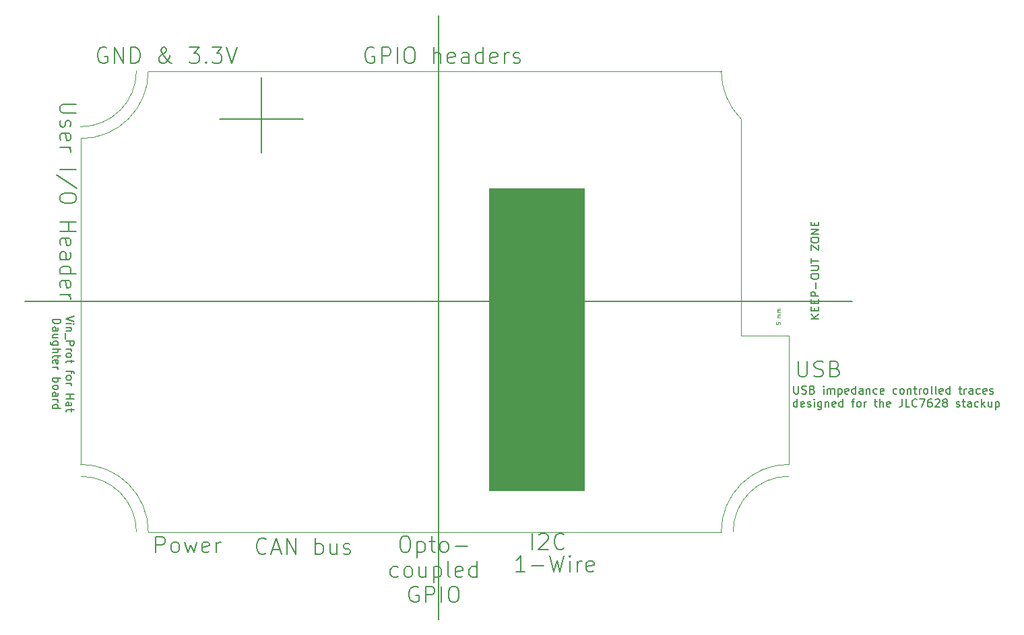
<source format=gbr>
G04 #@! TF.GenerationSoftware,KiCad,Pcbnew,5.1.5+dfsg1-2build2*
G04 #@! TF.CreationDate,2021-04-26T18:34:44+00:00*
G04 #@! TF.ProjectId,SH-ESP32,53482d45-5350-4333-922e-6b696361645f,0.3.1*
G04 #@! TF.SameCoordinates,Original*
G04 #@! TF.FileFunction,Other,Comment*
%FSLAX46Y46*%
G04 Gerber Fmt 4.6, Leading zero omitted, Abs format (unit mm)*
G04 Created by KiCad (PCBNEW 5.1.5+dfsg1-2build2) date 2021-04-26 18:34:44*
%MOMM*%
%LPD*%
G04 APERTURE LIST*
G04 #@! TA.AperFunction,Profile*
%ADD10C,0.050000*%
G04 #@! TD*
%ADD11C,0.150000*%
%ADD12C,0.050000*%
%ADD13C,0.100000*%
%ADD14C,0.140000*%
G04 APERTURE END LIST*
D10*
X178000000Y-90300000D02*
X178000000Y-106500000D01*
X172000000Y-90300000D02*
X172000092Y-63020889D01*
X178000000Y-90300000D02*
X172000000Y-90300000D01*
X169500000Y-115000000D02*
G75*
G02X178000000Y-106500000I8500000J0D01*
G01*
X89000000Y-106500000D02*
G75*
G02X97500000Y-115000000I0J-8500000D01*
G01*
X172000092Y-63020889D02*
G75*
G02X169500000Y-57000000I5999908J6020889D01*
G01*
X97500000Y-57000000D02*
G75*
G02X89000000Y-65500000I-8500000J0D01*
G01*
D11*
X134000000Y-50000000D02*
X134000000Y-126000000D01*
X82000000Y-86000000D02*
X186000000Y-86000000D01*
D12*
X96000000Y-57000000D02*
G75*
G02X89000000Y-64000000I-7000000J0D01*
G01*
X89000000Y-108000000D02*
G75*
G02X96000000Y-115000000I0J-7000000D01*
G01*
X171000000Y-115000000D02*
G75*
G02X178000000Y-108000000I7000000J0D01*
G01*
D13*
G36*
X152300000Y-109800000D02*
G01*
X140300000Y-109800000D01*
X140300000Y-71800000D01*
X152300000Y-71800000D01*
X152300000Y-109800000D01*
G37*
X152300000Y-109800000D02*
X140300000Y-109800000D01*
X140300000Y-71800000D01*
X152300000Y-71800000D01*
X152300000Y-109800000D01*
D11*
X88425238Y-61177142D02*
X86806190Y-61177142D01*
X86615714Y-61272380D01*
X86520476Y-61367619D01*
X86425238Y-61558095D01*
X86425238Y-61939047D01*
X86520476Y-62129523D01*
X86615714Y-62224761D01*
X86806190Y-62320000D01*
X88425238Y-62320000D01*
X86520476Y-63177142D02*
X86425238Y-63367619D01*
X86425238Y-63748571D01*
X86520476Y-63939047D01*
X86710952Y-64034285D01*
X86806190Y-64034285D01*
X86996666Y-63939047D01*
X87091904Y-63748571D01*
X87091904Y-63462857D01*
X87187142Y-63272380D01*
X87377619Y-63177142D01*
X87472857Y-63177142D01*
X87663333Y-63272380D01*
X87758571Y-63462857D01*
X87758571Y-63748571D01*
X87663333Y-63939047D01*
X86520476Y-65653333D02*
X86425238Y-65462857D01*
X86425238Y-65081904D01*
X86520476Y-64891428D01*
X86710952Y-64796190D01*
X87472857Y-64796190D01*
X87663333Y-64891428D01*
X87758571Y-65081904D01*
X87758571Y-65462857D01*
X87663333Y-65653333D01*
X87472857Y-65748571D01*
X87282380Y-65748571D01*
X87091904Y-64796190D01*
X86425238Y-66605714D02*
X87758571Y-66605714D01*
X87377619Y-66605714D02*
X87568095Y-66700952D01*
X87663333Y-66796190D01*
X87758571Y-66986666D01*
X87758571Y-67177142D01*
X86425238Y-69367619D02*
X88425238Y-69367619D01*
X88520476Y-71748571D02*
X85949047Y-70034285D01*
X88425238Y-72796190D02*
X88425238Y-73177142D01*
X88330000Y-73367619D01*
X88139523Y-73558095D01*
X87758571Y-73653333D01*
X87091904Y-73653333D01*
X86710952Y-73558095D01*
X86520476Y-73367619D01*
X86425238Y-73177142D01*
X86425238Y-72796190D01*
X86520476Y-72605714D01*
X86710952Y-72415238D01*
X87091904Y-72320000D01*
X87758571Y-72320000D01*
X88139523Y-72415238D01*
X88330000Y-72605714D01*
X88425238Y-72796190D01*
X86425238Y-76034285D02*
X88425238Y-76034285D01*
X87472857Y-76034285D02*
X87472857Y-77177142D01*
X86425238Y-77177142D02*
X88425238Y-77177142D01*
X86520476Y-78891428D02*
X86425238Y-78700952D01*
X86425238Y-78320000D01*
X86520476Y-78129523D01*
X86710952Y-78034285D01*
X87472857Y-78034285D01*
X87663333Y-78129523D01*
X87758571Y-78320000D01*
X87758571Y-78700952D01*
X87663333Y-78891428D01*
X87472857Y-78986666D01*
X87282380Y-78986666D01*
X87091904Y-78034285D01*
X86425238Y-80700952D02*
X87472857Y-80700952D01*
X87663333Y-80605714D01*
X87758571Y-80415238D01*
X87758571Y-80034285D01*
X87663333Y-79843809D01*
X86520476Y-80700952D02*
X86425238Y-80510476D01*
X86425238Y-80034285D01*
X86520476Y-79843809D01*
X86710952Y-79748571D01*
X86901428Y-79748571D01*
X87091904Y-79843809D01*
X87187142Y-80034285D01*
X87187142Y-80510476D01*
X87282380Y-80700952D01*
X86425238Y-82510476D02*
X88425238Y-82510476D01*
X86520476Y-82510476D02*
X86425238Y-82320000D01*
X86425238Y-81939047D01*
X86520476Y-81748571D01*
X86615714Y-81653333D01*
X86806190Y-81558095D01*
X87377619Y-81558095D01*
X87568095Y-81653333D01*
X87663333Y-81748571D01*
X87758571Y-81939047D01*
X87758571Y-82320000D01*
X87663333Y-82510476D01*
X86520476Y-84224761D02*
X86425238Y-84034285D01*
X86425238Y-83653333D01*
X86520476Y-83462857D01*
X86710952Y-83367619D01*
X87472857Y-83367619D01*
X87663333Y-83462857D01*
X87758571Y-83653333D01*
X87758571Y-84034285D01*
X87663333Y-84224761D01*
X87472857Y-84320000D01*
X87282380Y-84320000D01*
X87091904Y-83367619D01*
X86425238Y-85177142D02*
X87758571Y-85177142D01*
X87377619Y-85177142D02*
X87568095Y-85272380D01*
X87663333Y-85367619D01*
X87758571Y-85558095D01*
X87758571Y-85748571D01*
X88152619Y-87816190D02*
X87152619Y-88149523D01*
X88152619Y-88482857D01*
X87152619Y-88816190D02*
X87819285Y-88816190D01*
X88152619Y-88816190D02*
X88105000Y-88768571D01*
X88057380Y-88816190D01*
X88105000Y-88863809D01*
X88152619Y-88816190D01*
X88057380Y-88816190D01*
X87819285Y-89292380D02*
X87152619Y-89292380D01*
X87724047Y-89292380D02*
X87771666Y-89340000D01*
X87819285Y-89435238D01*
X87819285Y-89578095D01*
X87771666Y-89673333D01*
X87676428Y-89720952D01*
X87152619Y-89720952D01*
X87057380Y-89959047D02*
X87057380Y-90720952D01*
X87152619Y-90959047D02*
X88152619Y-90959047D01*
X88152619Y-91340000D01*
X88105000Y-91435238D01*
X88057380Y-91482857D01*
X87962142Y-91530476D01*
X87819285Y-91530476D01*
X87724047Y-91482857D01*
X87676428Y-91435238D01*
X87628809Y-91340000D01*
X87628809Y-90959047D01*
X87152619Y-91959047D02*
X87819285Y-91959047D01*
X87628809Y-91959047D02*
X87724047Y-92006666D01*
X87771666Y-92054285D01*
X87819285Y-92149523D01*
X87819285Y-92244761D01*
X87152619Y-92720952D02*
X87200238Y-92625714D01*
X87247857Y-92578095D01*
X87343095Y-92530476D01*
X87628809Y-92530476D01*
X87724047Y-92578095D01*
X87771666Y-92625714D01*
X87819285Y-92720952D01*
X87819285Y-92863809D01*
X87771666Y-92959047D01*
X87724047Y-93006666D01*
X87628809Y-93054285D01*
X87343095Y-93054285D01*
X87247857Y-93006666D01*
X87200238Y-92959047D01*
X87152619Y-92863809D01*
X87152619Y-92720952D01*
X87819285Y-93340000D02*
X87819285Y-93720952D01*
X88152619Y-93482857D02*
X87295476Y-93482857D01*
X87200238Y-93530476D01*
X87152619Y-93625714D01*
X87152619Y-93720952D01*
X87819285Y-94673333D02*
X87819285Y-95054285D01*
X87152619Y-94816190D02*
X88009761Y-94816190D01*
X88105000Y-94863809D01*
X88152619Y-94959047D01*
X88152619Y-95054285D01*
X87152619Y-95530476D02*
X87200238Y-95435238D01*
X87247857Y-95387619D01*
X87343095Y-95340000D01*
X87628809Y-95340000D01*
X87724047Y-95387619D01*
X87771666Y-95435238D01*
X87819285Y-95530476D01*
X87819285Y-95673333D01*
X87771666Y-95768571D01*
X87724047Y-95816190D01*
X87628809Y-95863809D01*
X87343095Y-95863809D01*
X87247857Y-95816190D01*
X87200238Y-95768571D01*
X87152619Y-95673333D01*
X87152619Y-95530476D01*
X87152619Y-96292380D02*
X87819285Y-96292380D01*
X87628809Y-96292380D02*
X87724047Y-96340000D01*
X87771666Y-96387619D01*
X87819285Y-96482857D01*
X87819285Y-96578095D01*
X87152619Y-97673333D02*
X88152619Y-97673333D01*
X87676428Y-97673333D02*
X87676428Y-98244761D01*
X87152619Y-98244761D02*
X88152619Y-98244761D01*
X87152619Y-99149523D02*
X87676428Y-99149523D01*
X87771666Y-99101904D01*
X87819285Y-99006666D01*
X87819285Y-98816190D01*
X87771666Y-98720952D01*
X87200238Y-99149523D02*
X87152619Y-99054285D01*
X87152619Y-98816190D01*
X87200238Y-98720952D01*
X87295476Y-98673333D01*
X87390714Y-98673333D01*
X87485952Y-98720952D01*
X87533571Y-98816190D01*
X87533571Y-99054285D01*
X87581190Y-99149523D01*
X87819285Y-99482857D02*
X87819285Y-99863809D01*
X88152619Y-99625714D02*
X87295476Y-99625714D01*
X87200238Y-99673333D01*
X87152619Y-99768571D01*
X87152619Y-99863809D01*
X85502619Y-88244761D02*
X86502619Y-88244761D01*
X86502619Y-88482857D01*
X86455000Y-88625714D01*
X86359761Y-88720952D01*
X86264523Y-88768571D01*
X86074047Y-88816190D01*
X85931190Y-88816190D01*
X85740714Y-88768571D01*
X85645476Y-88720952D01*
X85550238Y-88625714D01*
X85502619Y-88482857D01*
X85502619Y-88244761D01*
X85502619Y-89673333D02*
X86026428Y-89673333D01*
X86121666Y-89625714D01*
X86169285Y-89530476D01*
X86169285Y-89340000D01*
X86121666Y-89244761D01*
X85550238Y-89673333D02*
X85502619Y-89578095D01*
X85502619Y-89340000D01*
X85550238Y-89244761D01*
X85645476Y-89197142D01*
X85740714Y-89197142D01*
X85835952Y-89244761D01*
X85883571Y-89340000D01*
X85883571Y-89578095D01*
X85931190Y-89673333D01*
X86169285Y-90578095D02*
X85502619Y-90578095D01*
X86169285Y-90149523D02*
X85645476Y-90149523D01*
X85550238Y-90197142D01*
X85502619Y-90292380D01*
X85502619Y-90435238D01*
X85550238Y-90530476D01*
X85597857Y-90578095D01*
X86169285Y-91482857D02*
X85359761Y-91482857D01*
X85264523Y-91435238D01*
X85216904Y-91387619D01*
X85169285Y-91292380D01*
X85169285Y-91149523D01*
X85216904Y-91054285D01*
X85550238Y-91482857D02*
X85502619Y-91387619D01*
X85502619Y-91197142D01*
X85550238Y-91101904D01*
X85597857Y-91054285D01*
X85693095Y-91006666D01*
X85978809Y-91006666D01*
X86074047Y-91054285D01*
X86121666Y-91101904D01*
X86169285Y-91197142D01*
X86169285Y-91387619D01*
X86121666Y-91482857D01*
X85502619Y-91959047D02*
X86502619Y-91959047D01*
X85502619Y-92387619D02*
X86026428Y-92387619D01*
X86121666Y-92340000D01*
X86169285Y-92244761D01*
X86169285Y-92101904D01*
X86121666Y-92006666D01*
X86074047Y-91959047D01*
X86169285Y-92720952D02*
X86169285Y-93101904D01*
X86502619Y-92863809D02*
X85645476Y-92863809D01*
X85550238Y-92911428D01*
X85502619Y-93006666D01*
X85502619Y-93101904D01*
X85550238Y-93816190D02*
X85502619Y-93720952D01*
X85502619Y-93530476D01*
X85550238Y-93435238D01*
X85645476Y-93387619D01*
X86026428Y-93387619D01*
X86121666Y-93435238D01*
X86169285Y-93530476D01*
X86169285Y-93720952D01*
X86121666Y-93816190D01*
X86026428Y-93863809D01*
X85931190Y-93863809D01*
X85835952Y-93387619D01*
X85502619Y-94292380D02*
X86169285Y-94292380D01*
X85978809Y-94292380D02*
X86074047Y-94340000D01*
X86121666Y-94387619D01*
X86169285Y-94482857D01*
X86169285Y-94578095D01*
X85502619Y-95673333D02*
X86502619Y-95673333D01*
X86121666Y-95673333D02*
X86169285Y-95768571D01*
X86169285Y-95959047D01*
X86121666Y-96054285D01*
X86074047Y-96101904D01*
X85978809Y-96149523D01*
X85693095Y-96149523D01*
X85597857Y-96101904D01*
X85550238Y-96054285D01*
X85502619Y-95959047D01*
X85502619Y-95768571D01*
X85550238Y-95673333D01*
X85502619Y-96720952D02*
X85550238Y-96625714D01*
X85597857Y-96578095D01*
X85693095Y-96530476D01*
X85978809Y-96530476D01*
X86074047Y-96578095D01*
X86121666Y-96625714D01*
X86169285Y-96720952D01*
X86169285Y-96863809D01*
X86121666Y-96959047D01*
X86074047Y-97006666D01*
X85978809Y-97054285D01*
X85693095Y-97054285D01*
X85597857Y-97006666D01*
X85550238Y-96959047D01*
X85502619Y-96863809D01*
X85502619Y-96720952D01*
X85502619Y-97911428D02*
X86026428Y-97911428D01*
X86121666Y-97863809D01*
X86169285Y-97768571D01*
X86169285Y-97578095D01*
X86121666Y-97482857D01*
X85550238Y-97911428D02*
X85502619Y-97816190D01*
X85502619Y-97578095D01*
X85550238Y-97482857D01*
X85645476Y-97435238D01*
X85740714Y-97435238D01*
X85835952Y-97482857D01*
X85883571Y-97578095D01*
X85883571Y-97816190D01*
X85931190Y-97911428D01*
X85502619Y-98387619D02*
X86169285Y-98387619D01*
X85978809Y-98387619D02*
X86074047Y-98435238D01*
X86121666Y-98482857D01*
X86169285Y-98578095D01*
X86169285Y-98673333D01*
X85502619Y-99435238D02*
X86502619Y-99435238D01*
X85550238Y-99435238D02*
X85502619Y-99340000D01*
X85502619Y-99149523D01*
X85550238Y-99054285D01*
X85597857Y-99006666D01*
X85693095Y-98959047D01*
X85978809Y-98959047D01*
X86074047Y-99006666D01*
X86121666Y-99054285D01*
X86169285Y-99149523D01*
X86169285Y-99340000D01*
X86121666Y-99435238D01*
X111750000Y-57750000D02*
X111750000Y-67250000D01*
X106500000Y-63000000D02*
X117000000Y-63000000D01*
D14*
X178629095Y-96632380D02*
X178629095Y-97441904D01*
X178676714Y-97537142D01*
X178724333Y-97584761D01*
X178819571Y-97632380D01*
X179010047Y-97632380D01*
X179105285Y-97584761D01*
X179152904Y-97537142D01*
X179200523Y-97441904D01*
X179200523Y-96632380D01*
X179629095Y-97584761D02*
X179771952Y-97632380D01*
X180010047Y-97632380D01*
X180105285Y-97584761D01*
X180152904Y-97537142D01*
X180200523Y-97441904D01*
X180200523Y-97346666D01*
X180152904Y-97251428D01*
X180105285Y-97203809D01*
X180010047Y-97156190D01*
X179819571Y-97108571D01*
X179724333Y-97060952D01*
X179676714Y-97013333D01*
X179629095Y-96918095D01*
X179629095Y-96822857D01*
X179676714Y-96727619D01*
X179724333Y-96680000D01*
X179819571Y-96632380D01*
X180057666Y-96632380D01*
X180200523Y-96680000D01*
X180962428Y-97108571D02*
X181105285Y-97156190D01*
X181152904Y-97203809D01*
X181200523Y-97299047D01*
X181200523Y-97441904D01*
X181152904Y-97537142D01*
X181105285Y-97584761D01*
X181010047Y-97632380D01*
X180629095Y-97632380D01*
X180629095Y-96632380D01*
X180962428Y-96632380D01*
X181057666Y-96680000D01*
X181105285Y-96727619D01*
X181152904Y-96822857D01*
X181152904Y-96918095D01*
X181105285Y-97013333D01*
X181057666Y-97060952D01*
X180962428Y-97108571D01*
X180629095Y-97108571D01*
X182391000Y-97632380D02*
X182391000Y-96965714D01*
X182391000Y-96632380D02*
X182343380Y-96680000D01*
X182391000Y-96727619D01*
X182438619Y-96680000D01*
X182391000Y-96632380D01*
X182391000Y-96727619D01*
X182867190Y-97632380D02*
X182867190Y-96965714D01*
X182867190Y-97060952D02*
X182914809Y-97013333D01*
X183010047Y-96965714D01*
X183152904Y-96965714D01*
X183248142Y-97013333D01*
X183295761Y-97108571D01*
X183295761Y-97632380D01*
X183295761Y-97108571D02*
X183343380Y-97013333D01*
X183438619Y-96965714D01*
X183581476Y-96965714D01*
X183676714Y-97013333D01*
X183724333Y-97108571D01*
X183724333Y-97632380D01*
X184200523Y-96965714D02*
X184200523Y-97965714D01*
X184200523Y-97013333D02*
X184295761Y-96965714D01*
X184486238Y-96965714D01*
X184581476Y-97013333D01*
X184629095Y-97060952D01*
X184676714Y-97156190D01*
X184676714Y-97441904D01*
X184629095Y-97537142D01*
X184581476Y-97584761D01*
X184486238Y-97632380D01*
X184295761Y-97632380D01*
X184200523Y-97584761D01*
X185486238Y-97584761D02*
X185391000Y-97632380D01*
X185200523Y-97632380D01*
X185105285Y-97584761D01*
X185057666Y-97489523D01*
X185057666Y-97108571D01*
X185105285Y-97013333D01*
X185200523Y-96965714D01*
X185391000Y-96965714D01*
X185486238Y-97013333D01*
X185533857Y-97108571D01*
X185533857Y-97203809D01*
X185057666Y-97299047D01*
X186391000Y-97632380D02*
X186391000Y-96632380D01*
X186391000Y-97584761D02*
X186295761Y-97632380D01*
X186105285Y-97632380D01*
X186010047Y-97584761D01*
X185962428Y-97537142D01*
X185914809Y-97441904D01*
X185914809Y-97156190D01*
X185962428Y-97060952D01*
X186010047Y-97013333D01*
X186105285Y-96965714D01*
X186295761Y-96965714D01*
X186391000Y-97013333D01*
X187295761Y-97632380D02*
X187295761Y-97108571D01*
X187248142Y-97013333D01*
X187152904Y-96965714D01*
X186962428Y-96965714D01*
X186867190Y-97013333D01*
X187295761Y-97584761D02*
X187200523Y-97632380D01*
X186962428Y-97632380D01*
X186867190Y-97584761D01*
X186819571Y-97489523D01*
X186819571Y-97394285D01*
X186867190Y-97299047D01*
X186962428Y-97251428D01*
X187200523Y-97251428D01*
X187295761Y-97203809D01*
X187771952Y-96965714D02*
X187771952Y-97632380D01*
X187771952Y-97060952D02*
X187819571Y-97013333D01*
X187914809Y-96965714D01*
X188057666Y-96965714D01*
X188152904Y-97013333D01*
X188200523Y-97108571D01*
X188200523Y-97632380D01*
X189105285Y-97584761D02*
X189010047Y-97632380D01*
X188819571Y-97632380D01*
X188724333Y-97584761D01*
X188676714Y-97537142D01*
X188629095Y-97441904D01*
X188629095Y-97156190D01*
X188676714Y-97060952D01*
X188724333Y-97013333D01*
X188819571Y-96965714D01*
X189010047Y-96965714D01*
X189105285Y-97013333D01*
X189914809Y-97584761D02*
X189819571Y-97632380D01*
X189629095Y-97632380D01*
X189533857Y-97584761D01*
X189486238Y-97489523D01*
X189486238Y-97108571D01*
X189533857Y-97013333D01*
X189629095Y-96965714D01*
X189819571Y-96965714D01*
X189914809Y-97013333D01*
X189962428Y-97108571D01*
X189962428Y-97203809D01*
X189486238Y-97299047D01*
X191581476Y-97584761D02*
X191486238Y-97632380D01*
X191295761Y-97632380D01*
X191200523Y-97584761D01*
X191152904Y-97537142D01*
X191105285Y-97441904D01*
X191105285Y-97156190D01*
X191152904Y-97060952D01*
X191200523Y-97013333D01*
X191295761Y-96965714D01*
X191486238Y-96965714D01*
X191581476Y-97013333D01*
X192152904Y-97632380D02*
X192057666Y-97584761D01*
X192010047Y-97537142D01*
X191962428Y-97441904D01*
X191962428Y-97156190D01*
X192010047Y-97060952D01*
X192057666Y-97013333D01*
X192152904Y-96965714D01*
X192295761Y-96965714D01*
X192391000Y-97013333D01*
X192438619Y-97060952D01*
X192486238Y-97156190D01*
X192486238Y-97441904D01*
X192438619Y-97537142D01*
X192391000Y-97584761D01*
X192295761Y-97632380D01*
X192152904Y-97632380D01*
X192914809Y-96965714D02*
X192914809Y-97632380D01*
X192914809Y-97060952D02*
X192962428Y-97013333D01*
X193057666Y-96965714D01*
X193200523Y-96965714D01*
X193295761Y-97013333D01*
X193343380Y-97108571D01*
X193343380Y-97632380D01*
X193676714Y-96965714D02*
X194057666Y-96965714D01*
X193819571Y-96632380D02*
X193819571Y-97489523D01*
X193867190Y-97584761D01*
X193962428Y-97632380D01*
X194057666Y-97632380D01*
X194391000Y-97632380D02*
X194391000Y-96965714D01*
X194391000Y-97156190D02*
X194438619Y-97060952D01*
X194486238Y-97013333D01*
X194581476Y-96965714D01*
X194676714Y-96965714D01*
X195152904Y-97632380D02*
X195057666Y-97584761D01*
X195010047Y-97537142D01*
X194962428Y-97441904D01*
X194962428Y-97156190D01*
X195010047Y-97060952D01*
X195057666Y-97013333D01*
X195152904Y-96965714D01*
X195295761Y-96965714D01*
X195391000Y-97013333D01*
X195438619Y-97060952D01*
X195486238Y-97156190D01*
X195486238Y-97441904D01*
X195438619Y-97537142D01*
X195391000Y-97584761D01*
X195295761Y-97632380D01*
X195152904Y-97632380D01*
X196057666Y-97632380D02*
X195962428Y-97584761D01*
X195914809Y-97489523D01*
X195914809Y-96632380D01*
X196581476Y-97632380D02*
X196486238Y-97584761D01*
X196438619Y-97489523D01*
X196438619Y-96632380D01*
X197343380Y-97584761D02*
X197248142Y-97632380D01*
X197057666Y-97632380D01*
X196962428Y-97584761D01*
X196914809Y-97489523D01*
X196914809Y-97108571D01*
X196962428Y-97013333D01*
X197057666Y-96965714D01*
X197248142Y-96965714D01*
X197343380Y-97013333D01*
X197391000Y-97108571D01*
X197391000Y-97203809D01*
X196914809Y-97299047D01*
X198248142Y-97632380D02*
X198248142Y-96632380D01*
X198248142Y-97584761D02*
X198152904Y-97632380D01*
X197962428Y-97632380D01*
X197867190Y-97584761D01*
X197819571Y-97537142D01*
X197771952Y-97441904D01*
X197771952Y-97156190D01*
X197819571Y-97060952D01*
X197867190Y-97013333D01*
X197962428Y-96965714D01*
X198152904Y-96965714D01*
X198248142Y-97013333D01*
X199343380Y-96965714D02*
X199724333Y-96965714D01*
X199486238Y-96632380D02*
X199486238Y-97489523D01*
X199533857Y-97584761D01*
X199629095Y-97632380D01*
X199724333Y-97632380D01*
X200057666Y-97632380D02*
X200057666Y-96965714D01*
X200057666Y-97156190D02*
X200105285Y-97060952D01*
X200152904Y-97013333D01*
X200248142Y-96965714D01*
X200343380Y-96965714D01*
X201105285Y-97632380D02*
X201105285Y-97108571D01*
X201057666Y-97013333D01*
X200962428Y-96965714D01*
X200771952Y-96965714D01*
X200676714Y-97013333D01*
X201105285Y-97584761D02*
X201010047Y-97632380D01*
X200771952Y-97632380D01*
X200676714Y-97584761D01*
X200629095Y-97489523D01*
X200629095Y-97394285D01*
X200676714Y-97299047D01*
X200771952Y-97251428D01*
X201010047Y-97251428D01*
X201105285Y-97203809D01*
X202010047Y-97584761D02*
X201914809Y-97632380D01*
X201724333Y-97632380D01*
X201629095Y-97584761D01*
X201581476Y-97537142D01*
X201533857Y-97441904D01*
X201533857Y-97156190D01*
X201581476Y-97060952D01*
X201629095Y-97013333D01*
X201724333Y-96965714D01*
X201914809Y-96965714D01*
X202010047Y-97013333D01*
X202819571Y-97584761D02*
X202724333Y-97632380D01*
X202533857Y-97632380D01*
X202438619Y-97584761D01*
X202391000Y-97489523D01*
X202391000Y-97108571D01*
X202438619Y-97013333D01*
X202533857Y-96965714D01*
X202724333Y-96965714D01*
X202819571Y-97013333D01*
X202867190Y-97108571D01*
X202867190Y-97203809D01*
X202391000Y-97299047D01*
X203248142Y-97584761D02*
X203343380Y-97632380D01*
X203533857Y-97632380D01*
X203629095Y-97584761D01*
X203676714Y-97489523D01*
X203676714Y-97441904D01*
X203629095Y-97346666D01*
X203533857Y-97299047D01*
X203391000Y-97299047D01*
X203295761Y-97251428D01*
X203248142Y-97156190D01*
X203248142Y-97108571D01*
X203295761Y-97013333D01*
X203391000Y-96965714D01*
X203533857Y-96965714D01*
X203629095Y-97013333D01*
X179057666Y-99272380D02*
X179057666Y-98272380D01*
X179057666Y-99224761D02*
X178962428Y-99272380D01*
X178771952Y-99272380D01*
X178676714Y-99224761D01*
X178629095Y-99177142D01*
X178581476Y-99081904D01*
X178581476Y-98796190D01*
X178629095Y-98700952D01*
X178676714Y-98653333D01*
X178771952Y-98605714D01*
X178962428Y-98605714D01*
X179057666Y-98653333D01*
X179914809Y-99224761D02*
X179819571Y-99272380D01*
X179629095Y-99272380D01*
X179533857Y-99224761D01*
X179486238Y-99129523D01*
X179486238Y-98748571D01*
X179533857Y-98653333D01*
X179629095Y-98605714D01*
X179819571Y-98605714D01*
X179914809Y-98653333D01*
X179962428Y-98748571D01*
X179962428Y-98843809D01*
X179486238Y-98939047D01*
X180343380Y-99224761D02*
X180438619Y-99272380D01*
X180629095Y-99272380D01*
X180724333Y-99224761D01*
X180771952Y-99129523D01*
X180771952Y-99081904D01*
X180724333Y-98986666D01*
X180629095Y-98939047D01*
X180486238Y-98939047D01*
X180391000Y-98891428D01*
X180343380Y-98796190D01*
X180343380Y-98748571D01*
X180391000Y-98653333D01*
X180486238Y-98605714D01*
X180629095Y-98605714D01*
X180724333Y-98653333D01*
X181200523Y-99272380D02*
X181200523Y-98605714D01*
X181200523Y-98272380D02*
X181152904Y-98320000D01*
X181200523Y-98367619D01*
X181248142Y-98320000D01*
X181200523Y-98272380D01*
X181200523Y-98367619D01*
X182105285Y-98605714D02*
X182105285Y-99415238D01*
X182057666Y-99510476D01*
X182010047Y-99558095D01*
X181914809Y-99605714D01*
X181771952Y-99605714D01*
X181676714Y-99558095D01*
X182105285Y-99224761D02*
X182010047Y-99272380D01*
X181819571Y-99272380D01*
X181724333Y-99224761D01*
X181676714Y-99177142D01*
X181629095Y-99081904D01*
X181629095Y-98796190D01*
X181676714Y-98700952D01*
X181724333Y-98653333D01*
X181819571Y-98605714D01*
X182010047Y-98605714D01*
X182105285Y-98653333D01*
X182581476Y-98605714D02*
X182581476Y-99272380D01*
X182581476Y-98700952D02*
X182629095Y-98653333D01*
X182724333Y-98605714D01*
X182867190Y-98605714D01*
X182962428Y-98653333D01*
X183010047Y-98748571D01*
X183010047Y-99272380D01*
X183867190Y-99224761D02*
X183771952Y-99272380D01*
X183581476Y-99272380D01*
X183486238Y-99224761D01*
X183438619Y-99129523D01*
X183438619Y-98748571D01*
X183486238Y-98653333D01*
X183581476Y-98605714D01*
X183771952Y-98605714D01*
X183867190Y-98653333D01*
X183914809Y-98748571D01*
X183914809Y-98843809D01*
X183438619Y-98939047D01*
X184771952Y-99272380D02*
X184771952Y-98272380D01*
X184771952Y-99224761D02*
X184676714Y-99272380D01*
X184486238Y-99272380D01*
X184391000Y-99224761D01*
X184343380Y-99177142D01*
X184295761Y-99081904D01*
X184295761Y-98796190D01*
X184343380Y-98700952D01*
X184391000Y-98653333D01*
X184486238Y-98605714D01*
X184676714Y-98605714D01*
X184771952Y-98653333D01*
X185867190Y-98605714D02*
X186248142Y-98605714D01*
X186010047Y-99272380D02*
X186010047Y-98415238D01*
X186057666Y-98320000D01*
X186152904Y-98272380D01*
X186248142Y-98272380D01*
X186724333Y-99272380D02*
X186629095Y-99224761D01*
X186581476Y-99177142D01*
X186533857Y-99081904D01*
X186533857Y-98796190D01*
X186581476Y-98700952D01*
X186629095Y-98653333D01*
X186724333Y-98605714D01*
X186867190Y-98605714D01*
X186962428Y-98653333D01*
X187010047Y-98700952D01*
X187057666Y-98796190D01*
X187057666Y-99081904D01*
X187010047Y-99177142D01*
X186962428Y-99224761D01*
X186867190Y-99272380D01*
X186724333Y-99272380D01*
X187486238Y-99272380D02*
X187486238Y-98605714D01*
X187486238Y-98796190D02*
X187533857Y-98700952D01*
X187581476Y-98653333D01*
X187676714Y-98605714D01*
X187771952Y-98605714D01*
X188724333Y-98605714D02*
X189105285Y-98605714D01*
X188867190Y-98272380D02*
X188867190Y-99129523D01*
X188914809Y-99224761D01*
X189010047Y-99272380D01*
X189105285Y-99272380D01*
X189438619Y-99272380D02*
X189438619Y-98272380D01*
X189867190Y-99272380D02*
X189867190Y-98748571D01*
X189819571Y-98653333D01*
X189724333Y-98605714D01*
X189581476Y-98605714D01*
X189486238Y-98653333D01*
X189438619Y-98700952D01*
X190724333Y-99224761D02*
X190629095Y-99272380D01*
X190438619Y-99272380D01*
X190343380Y-99224761D01*
X190295761Y-99129523D01*
X190295761Y-98748571D01*
X190343380Y-98653333D01*
X190438619Y-98605714D01*
X190629095Y-98605714D01*
X190724333Y-98653333D01*
X190771952Y-98748571D01*
X190771952Y-98843809D01*
X190295761Y-98939047D01*
X192248142Y-98272380D02*
X192248142Y-98986666D01*
X192200523Y-99129523D01*
X192105285Y-99224761D01*
X191962428Y-99272380D01*
X191867190Y-99272380D01*
X193200523Y-99272380D02*
X192724333Y-99272380D01*
X192724333Y-98272380D01*
X194105285Y-99177142D02*
X194057666Y-99224761D01*
X193914809Y-99272380D01*
X193819571Y-99272380D01*
X193676714Y-99224761D01*
X193581476Y-99129523D01*
X193533857Y-99034285D01*
X193486238Y-98843809D01*
X193486238Y-98700952D01*
X193533857Y-98510476D01*
X193581476Y-98415238D01*
X193676714Y-98320000D01*
X193819571Y-98272380D01*
X193914809Y-98272380D01*
X194057666Y-98320000D01*
X194105285Y-98367619D01*
X194438619Y-98272380D02*
X195105285Y-98272380D01*
X194676714Y-99272380D01*
X195914809Y-98272380D02*
X195724333Y-98272380D01*
X195629095Y-98320000D01*
X195581476Y-98367619D01*
X195486238Y-98510476D01*
X195438619Y-98700952D01*
X195438619Y-99081904D01*
X195486238Y-99177142D01*
X195533857Y-99224761D01*
X195629095Y-99272380D01*
X195819571Y-99272380D01*
X195914809Y-99224761D01*
X195962428Y-99177142D01*
X196010047Y-99081904D01*
X196010047Y-98843809D01*
X195962428Y-98748571D01*
X195914809Y-98700952D01*
X195819571Y-98653333D01*
X195629095Y-98653333D01*
X195533857Y-98700952D01*
X195486238Y-98748571D01*
X195438619Y-98843809D01*
X196391000Y-98367619D02*
X196438619Y-98320000D01*
X196533857Y-98272380D01*
X196771952Y-98272380D01*
X196867190Y-98320000D01*
X196914809Y-98367619D01*
X196962428Y-98462857D01*
X196962428Y-98558095D01*
X196914809Y-98700952D01*
X196343380Y-99272380D01*
X196962428Y-99272380D01*
X197533857Y-98700952D02*
X197438619Y-98653333D01*
X197391000Y-98605714D01*
X197343380Y-98510476D01*
X197343380Y-98462857D01*
X197391000Y-98367619D01*
X197438619Y-98320000D01*
X197533857Y-98272380D01*
X197724333Y-98272380D01*
X197819571Y-98320000D01*
X197867190Y-98367619D01*
X197914809Y-98462857D01*
X197914809Y-98510476D01*
X197867190Y-98605714D01*
X197819571Y-98653333D01*
X197724333Y-98700952D01*
X197533857Y-98700952D01*
X197438619Y-98748571D01*
X197391000Y-98796190D01*
X197343380Y-98891428D01*
X197343380Y-99081904D01*
X197391000Y-99177142D01*
X197438619Y-99224761D01*
X197533857Y-99272380D01*
X197724333Y-99272380D01*
X197819571Y-99224761D01*
X197867190Y-99177142D01*
X197914809Y-99081904D01*
X197914809Y-98891428D01*
X197867190Y-98796190D01*
X197819571Y-98748571D01*
X197724333Y-98700952D01*
X199057666Y-99224761D02*
X199152904Y-99272380D01*
X199343380Y-99272380D01*
X199438619Y-99224761D01*
X199486238Y-99129523D01*
X199486238Y-99081904D01*
X199438619Y-98986666D01*
X199343380Y-98939047D01*
X199200523Y-98939047D01*
X199105285Y-98891428D01*
X199057666Y-98796190D01*
X199057666Y-98748571D01*
X199105285Y-98653333D01*
X199200523Y-98605714D01*
X199343380Y-98605714D01*
X199438619Y-98653333D01*
X199771952Y-98605714D02*
X200152904Y-98605714D01*
X199914809Y-98272380D02*
X199914809Y-99129523D01*
X199962428Y-99224761D01*
X200057666Y-99272380D01*
X200152904Y-99272380D01*
X200914809Y-99272380D02*
X200914809Y-98748571D01*
X200867190Y-98653333D01*
X200771952Y-98605714D01*
X200581476Y-98605714D01*
X200486238Y-98653333D01*
X200914809Y-99224761D02*
X200819571Y-99272380D01*
X200581476Y-99272380D01*
X200486238Y-99224761D01*
X200438619Y-99129523D01*
X200438619Y-99034285D01*
X200486238Y-98939047D01*
X200581476Y-98891428D01*
X200819571Y-98891428D01*
X200914809Y-98843809D01*
X201819571Y-99224761D02*
X201724333Y-99272380D01*
X201533857Y-99272380D01*
X201438619Y-99224761D01*
X201391000Y-99177142D01*
X201343380Y-99081904D01*
X201343380Y-98796190D01*
X201391000Y-98700952D01*
X201438619Y-98653333D01*
X201533857Y-98605714D01*
X201724333Y-98605714D01*
X201819571Y-98653333D01*
X202248142Y-99272380D02*
X202248142Y-98272380D01*
X202343380Y-98891428D02*
X202629095Y-99272380D01*
X202629095Y-98605714D02*
X202248142Y-98986666D01*
X203486238Y-98605714D02*
X203486238Y-99272380D01*
X203057666Y-98605714D02*
X203057666Y-99129523D01*
X203105285Y-99224761D01*
X203200523Y-99272380D01*
X203343380Y-99272380D01*
X203438619Y-99224761D01*
X203486238Y-99177142D01*
X203962428Y-98605714D02*
X203962428Y-99605714D01*
X203962428Y-98653333D02*
X204057666Y-98605714D01*
X204248142Y-98605714D01*
X204343380Y-98653333D01*
X204391000Y-98700952D01*
X204438619Y-98796190D01*
X204438619Y-99081904D01*
X204391000Y-99177142D01*
X204343380Y-99224761D01*
X204248142Y-99272380D01*
X204057666Y-99272380D01*
X203962428Y-99224761D01*
D11*
X179176190Y-93504761D02*
X179176190Y-95123809D01*
X179271428Y-95314285D01*
X179366666Y-95409523D01*
X179557142Y-95504761D01*
X179938095Y-95504761D01*
X180128571Y-95409523D01*
X180223809Y-95314285D01*
X180319047Y-95123809D01*
X180319047Y-93504761D01*
X181176190Y-95409523D02*
X181461904Y-95504761D01*
X181938095Y-95504761D01*
X182128571Y-95409523D01*
X182223809Y-95314285D01*
X182319047Y-95123809D01*
X182319047Y-94933333D01*
X182223809Y-94742857D01*
X182128571Y-94647619D01*
X181938095Y-94552380D01*
X181557142Y-94457142D01*
X181366666Y-94361904D01*
X181271428Y-94266666D01*
X181176190Y-94076190D01*
X181176190Y-93885714D01*
X181271428Y-93695238D01*
X181366666Y-93600000D01*
X181557142Y-93504761D01*
X182033333Y-93504761D01*
X182319047Y-93600000D01*
X183842857Y-94457142D02*
X184128571Y-94552380D01*
X184223809Y-94647619D01*
X184319047Y-94838095D01*
X184319047Y-95123809D01*
X184223809Y-95314285D01*
X184128571Y-95409523D01*
X183938095Y-95504761D01*
X183176190Y-95504761D01*
X183176190Y-93504761D01*
X183842857Y-93504761D01*
X184033333Y-93600000D01*
X184128571Y-93695238D01*
X184223809Y-93885714D01*
X184223809Y-94076190D01*
X184128571Y-94266666D01*
X184033333Y-94361904D01*
X183842857Y-94457142D01*
X183176190Y-94457142D01*
X144838095Y-120004761D02*
X143695238Y-120004761D01*
X144266666Y-120004761D02*
X144266666Y-118004761D01*
X144076190Y-118290476D01*
X143885714Y-118480952D01*
X143695238Y-118576190D01*
X145695238Y-119242857D02*
X147219047Y-119242857D01*
X147980952Y-118004761D02*
X148457142Y-120004761D01*
X148838095Y-118576190D01*
X149219047Y-120004761D01*
X149695238Y-118004761D01*
X150457142Y-120004761D02*
X150457142Y-118671428D01*
X150457142Y-118004761D02*
X150361904Y-118100000D01*
X150457142Y-118195238D01*
X150552380Y-118100000D01*
X150457142Y-118004761D01*
X150457142Y-118195238D01*
X151409523Y-120004761D02*
X151409523Y-118671428D01*
X151409523Y-119052380D02*
X151504761Y-118861904D01*
X151600000Y-118766666D01*
X151790476Y-118671428D01*
X151980952Y-118671428D01*
X153409523Y-119909523D02*
X153219047Y-120004761D01*
X152838095Y-120004761D01*
X152647619Y-119909523D01*
X152552380Y-119719047D01*
X152552380Y-118957142D01*
X152647619Y-118766666D01*
X152838095Y-118671428D01*
X153219047Y-118671428D01*
X153409523Y-118766666D01*
X153504761Y-118957142D01*
X153504761Y-119147619D01*
X152552380Y-119338095D01*
X145747619Y-117204761D02*
X145747619Y-115204761D01*
X146604761Y-115395238D02*
X146700000Y-115300000D01*
X146890476Y-115204761D01*
X147366666Y-115204761D01*
X147557142Y-115300000D01*
X147652380Y-115395238D01*
X147747619Y-115585714D01*
X147747619Y-115776190D01*
X147652380Y-116061904D01*
X146509523Y-117204761D01*
X147747619Y-117204761D01*
X149747619Y-117014285D02*
X149652380Y-117109523D01*
X149366666Y-117204761D01*
X149176190Y-117204761D01*
X148890476Y-117109523D01*
X148700000Y-116919047D01*
X148604761Y-116728571D01*
X148509523Y-116347619D01*
X148509523Y-116061904D01*
X148604761Y-115680952D01*
X148700000Y-115490476D01*
X148890476Y-115300000D01*
X149176190Y-115204761D01*
X149366666Y-115204761D01*
X149652380Y-115300000D01*
X149747619Y-115395238D01*
X92276190Y-54100000D02*
X92085714Y-54004761D01*
X91800000Y-54004761D01*
X91514285Y-54100000D01*
X91323809Y-54290476D01*
X91228571Y-54480952D01*
X91133333Y-54861904D01*
X91133333Y-55147619D01*
X91228571Y-55528571D01*
X91323809Y-55719047D01*
X91514285Y-55909523D01*
X91800000Y-56004761D01*
X91990476Y-56004761D01*
X92276190Y-55909523D01*
X92371428Y-55814285D01*
X92371428Y-55147619D01*
X91990476Y-55147619D01*
X93228571Y-56004761D02*
X93228571Y-54004761D01*
X94371428Y-56004761D01*
X94371428Y-54004761D01*
X95323809Y-56004761D02*
X95323809Y-54004761D01*
X95800000Y-54004761D01*
X96085714Y-54100000D01*
X96276190Y-54290476D01*
X96371428Y-54480952D01*
X96466666Y-54861904D01*
X96466666Y-55147619D01*
X96371428Y-55528571D01*
X96276190Y-55719047D01*
X96085714Y-55909523D01*
X95800000Y-56004761D01*
X95323809Y-56004761D01*
X100466666Y-56004761D02*
X100371428Y-56004761D01*
X100180952Y-55909523D01*
X99895238Y-55623809D01*
X99419047Y-55052380D01*
X99228571Y-54766666D01*
X99133333Y-54480952D01*
X99133333Y-54290476D01*
X99228571Y-54100000D01*
X99419047Y-54004761D01*
X99514285Y-54004761D01*
X99704761Y-54100000D01*
X99800000Y-54290476D01*
X99800000Y-54385714D01*
X99704761Y-54576190D01*
X99609523Y-54671428D01*
X99038095Y-55052380D01*
X98942857Y-55147619D01*
X98847619Y-55338095D01*
X98847619Y-55623809D01*
X98942857Y-55814285D01*
X99038095Y-55909523D01*
X99228571Y-56004761D01*
X99514285Y-56004761D01*
X99704761Y-55909523D01*
X99800000Y-55814285D01*
X100085714Y-55433333D01*
X100180952Y-55147619D01*
X100180952Y-54957142D01*
X102657142Y-54004761D02*
X103895238Y-54004761D01*
X103228571Y-54766666D01*
X103514285Y-54766666D01*
X103704761Y-54861904D01*
X103800000Y-54957142D01*
X103895238Y-55147619D01*
X103895238Y-55623809D01*
X103800000Y-55814285D01*
X103704761Y-55909523D01*
X103514285Y-56004761D01*
X102942857Y-56004761D01*
X102752380Y-55909523D01*
X102657142Y-55814285D01*
X104752380Y-55814285D02*
X104847619Y-55909523D01*
X104752380Y-56004761D01*
X104657142Y-55909523D01*
X104752380Y-55814285D01*
X104752380Y-56004761D01*
X105514285Y-54004761D02*
X106752380Y-54004761D01*
X106085714Y-54766666D01*
X106371428Y-54766666D01*
X106561904Y-54861904D01*
X106657142Y-54957142D01*
X106752380Y-55147619D01*
X106752380Y-55623809D01*
X106657142Y-55814285D01*
X106561904Y-55909523D01*
X106371428Y-56004761D01*
X105800000Y-56004761D01*
X105609523Y-55909523D01*
X105514285Y-55814285D01*
X107323809Y-54004761D02*
X107990476Y-56004761D01*
X108657142Y-54004761D01*
X125880952Y-54100000D02*
X125690476Y-54004761D01*
X125404761Y-54004761D01*
X125119047Y-54100000D01*
X124928571Y-54290476D01*
X124833333Y-54480952D01*
X124738095Y-54861904D01*
X124738095Y-55147619D01*
X124833333Y-55528571D01*
X124928571Y-55719047D01*
X125119047Y-55909523D01*
X125404761Y-56004761D01*
X125595238Y-56004761D01*
X125880952Y-55909523D01*
X125976190Y-55814285D01*
X125976190Y-55147619D01*
X125595238Y-55147619D01*
X126833333Y-56004761D02*
X126833333Y-54004761D01*
X127595238Y-54004761D01*
X127785714Y-54100000D01*
X127880952Y-54195238D01*
X127976190Y-54385714D01*
X127976190Y-54671428D01*
X127880952Y-54861904D01*
X127785714Y-54957142D01*
X127595238Y-55052380D01*
X126833333Y-55052380D01*
X128833333Y-56004761D02*
X128833333Y-54004761D01*
X130166666Y-54004761D02*
X130547619Y-54004761D01*
X130738095Y-54100000D01*
X130928571Y-54290476D01*
X131023809Y-54671428D01*
X131023809Y-55338095D01*
X130928571Y-55719047D01*
X130738095Y-55909523D01*
X130547619Y-56004761D01*
X130166666Y-56004761D01*
X129976190Y-55909523D01*
X129785714Y-55719047D01*
X129690476Y-55338095D01*
X129690476Y-54671428D01*
X129785714Y-54290476D01*
X129976190Y-54100000D01*
X130166666Y-54004761D01*
X133404761Y-56004761D02*
X133404761Y-54004761D01*
X134261904Y-56004761D02*
X134261904Y-54957142D01*
X134166666Y-54766666D01*
X133976190Y-54671428D01*
X133690476Y-54671428D01*
X133500000Y-54766666D01*
X133404761Y-54861904D01*
X135976190Y-55909523D02*
X135785714Y-56004761D01*
X135404761Y-56004761D01*
X135214285Y-55909523D01*
X135119047Y-55719047D01*
X135119047Y-54957142D01*
X135214285Y-54766666D01*
X135404761Y-54671428D01*
X135785714Y-54671428D01*
X135976190Y-54766666D01*
X136071428Y-54957142D01*
X136071428Y-55147619D01*
X135119047Y-55338095D01*
X137785714Y-56004761D02*
X137785714Y-54957142D01*
X137690476Y-54766666D01*
X137500000Y-54671428D01*
X137119047Y-54671428D01*
X136928571Y-54766666D01*
X137785714Y-55909523D02*
X137595238Y-56004761D01*
X137119047Y-56004761D01*
X136928571Y-55909523D01*
X136833333Y-55719047D01*
X136833333Y-55528571D01*
X136928571Y-55338095D01*
X137119047Y-55242857D01*
X137595238Y-55242857D01*
X137785714Y-55147619D01*
X139595238Y-56004761D02*
X139595238Y-54004761D01*
X139595238Y-55909523D02*
X139404761Y-56004761D01*
X139023809Y-56004761D01*
X138833333Y-55909523D01*
X138738095Y-55814285D01*
X138642857Y-55623809D01*
X138642857Y-55052380D01*
X138738095Y-54861904D01*
X138833333Y-54766666D01*
X139023809Y-54671428D01*
X139404761Y-54671428D01*
X139595238Y-54766666D01*
X141309523Y-55909523D02*
X141119047Y-56004761D01*
X140738095Y-56004761D01*
X140547619Y-55909523D01*
X140452380Y-55719047D01*
X140452380Y-54957142D01*
X140547619Y-54766666D01*
X140738095Y-54671428D01*
X141119047Y-54671428D01*
X141309523Y-54766666D01*
X141404761Y-54957142D01*
X141404761Y-55147619D01*
X140452380Y-55338095D01*
X142261904Y-56004761D02*
X142261904Y-54671428D01*
X142261904Y-55052380D02*
X142357142Y-54861904D01*
X142452380Y-54766666D01*
X142642857Y-54671428D01*
X142833333Y-54671428D01*
X143404761Y-55909523D02*
X143595238Y-56004761D01*
X143976190Y-56004761D01*
X144166666Y-55909523D01*
X144261904Y-55719047D01*
X144261904Y-55623809D01*
X144166666Y-55433333D01*
X143976190Y-55338095D01*
X143690476Y-55338095D01*
X143500000Y-55242857D01*
X143404761Y-55052380D01*
X143404761Y-54957142D01*
X143500000Y-54766666D01*
X143690476Y-54671428D01*
X143976190Y-54671428D01*
X144166666Y-54766666D01*
X89000000Y-86000000D02*
X178000000Y-86000000D01*
D10*
X169500000Y-115000000D02*
X97500000Y-115000000D01*
X169500000Y-57000000D02*
X97500000Y-57000000D01*
X89000000Y-65500000D02*
X89000000Y-106500000D01*
D11*
X98447619Y-117604761D02*
X98447619Y-115604761D01*
X99209523Y-115604761D01*
X99400000Y-115700000D01*
X99495238Y-115795238D01*
X99590476Y-115985714D01*
X99590476Y-116271428D01*
X99495238Y-116461904D01*
X99400000Y-116557142D01*
X99209523Y-116652380D01*
X98447619Y-116652380D01*
X100733333Y-117604761D02*
X100542857Y-117509523D01*
X100447619Y-117414285D01*
X100352380Y-117223809D01*
X100352380Y-116652380D01*
X100447619Y-116461904D01*
X100542857Y-116366666D01*
X100733333Y-116271428D01*
X101019047Y-116271428D01*
X101209523Y-116366666D01*
X101304761Y-116461904D01*
X101400000Y-116652380D01*
X101400000Y-117223809D01*
X101304761Y-117414285D01*
X101209523Y-117509523D01*
X101019047Y-117604761D01*
X100733333Y-117604761D01*
X102066666Y-116271428D02*
X102447619Y-117604761D01*
X102828571Y-116652380D01*
X103209523Y-117604761D01*
X103590476Y-116271428D01*
X105114285Y-117509523D02*
X104923809Y-117604761D01*
X104542857Y-117604761D01*
X104352380Y-117509523D01*
X104257142Y-117319047D01*
X104257142Y-116557142D01*
X104352380Y-116366666D01*
X104542857Y-116271428D01*
X104923809Y-116271428D01*
X105114285Y-116366666D01*
X105209523Y-116557142D01*
X105209523Y-116747619D01*
X104257142Y-116938095D01*
X106066666Y-117604761D02*
X106066666Y-116271428D01*
X106066666Y-116652380D02*
X106161904Y-116461904D01*
X106257142Y-116366666D01*
X106447619Y-116271428D01*
X106638095Y-116271428D01*
X112333333Y-117614285D02*
X112238095Y-117709523D01*
X111952380Y-117804761D01*
X111761904Y-117804761D01*
X111476190Y-117709523D01*
X111285714Y-117519047D01*
X111190476Y-117328571D01*
X111095238Y-116947619D01*
X111095238Y-116661904D01*
X111190476Y-116280952D01*
X111285714Y-116090476D01*
X111476190Y-115900000D01*
X111761904Y-115804761D01*
X111952380Y-115804761D01*
X112238095Y-115900000D01*
X112333333Y-115995238D01*
X113095238Y-117233333D02*
X114047619Y-117233333D01*
X112904761Y-117804761D02*
X113571428Y-115804761D01*
X114238095Y-117804761D01*
X114904761Y-117804761D02*
X114904761Y-115804761D01*
X116047619Y-117804761D01*
X116047619Y-115804761D01*
X118523809Y-117804761D02*
X118523809Y-115804761D01*
X118523809Y-116566666D02*
X118714285Y-116471428D01*
X119095238Y-116471428D01*
X119285714Y-116566666D01*
X119380952Y-116661904D01*
X119476190Y-116852380D01*
X119476190Y-117423809D01*
X119380952Y-117614285D01*
X119285714Y-117709523D01*
X119095238Y-117804761D01*
X118714285Y-117804761D01*
X118523809Y-117709523D01*
X121190476Y-116471428D02*
X121190476Y-117804761D01*
X120333333Y-116471428D02*
X120333333Y-117519047D01*
X120428571Y-117709523D01*
X120619047Y-117804761D01*
X120904761Y-117804761D01*
X121095238Y-117709523D01*
X121190476Y-117614285D01*
X122047619Y-117709523D02*
X122238095Y-117804761D01*
X122619047Y-117804761D01*
X122809523Y-117709523D01*
X122904761Y-117519047D01*
X122904761Y-117423809D01*
X122809523Y-117233333D01*
X122619047Y-117138095D01*
X122333333Y-117138095D01*
X122142857Y-117042857D01*
X122047619Y-116852380D01*
X122047619Y-116757142D01*
X122142857Y-116566666D01*
X122333333Y-116471428D01*
X122619047Y-116471428D01*
X122809523Y-116566666D01*
X129590476Y-115554761D02*
X129971428Y-115554761D01*
X130161904Y-115650000D01*
X130352380Y-115840476D01*
X130447619Y-116221428D01*
X130447619Y-116888095D01*
X130352380Y-117269047D01*
X130161904Y-117459523D01*
X129971428Y-117554761D01*
X129590476Y-117554761D01*
X129400000Y-117459523D01*
X129209523Y-117269047D01*
X129114285Y-116888095D01*
X129114285Y-116221428D01*
X129209523Y-115840476D01*
X129400000Y-115650000D01*
X129590476Y-115554761D01*
X131304761Y-116221428D02*
X131304761Y-118221428D01*
X131304761Y-116316666D02*
X131495238Y-116221428D01*
X131876190Y-116221428D01*
X132066666Y-116316666D01*
X132161904Y-116411904D01*
X132257142Y-116602380D01*
X132257142Y-117173809D01*
X132161904Y-117364285D01*
X132066666Y-117459523D01*
X131876190Y-117554761D01*
X131495238Y-117554761D01*
X131304761Y-117459523D01*
X132828571Y-116221428D02*
X133590476Y-116221428D01*
X133114285Y-115554761D02*
X133114285Y-117269047D01*
X133209523Y-117459523D01*
X133400000Y-117554761D01*
X133590476Y-117554761D01*
X134542857Y-117554761D02*
X134352380Y-117459523D01*
X134257142Y-117364285D01*
X134161904Y-117173809D01*
X134161904Y-116602380D01*
X134257142Y-116411904D01*
X134352380Y-116316666D01*
X134542857Y-116221428D01*
X134828571Y-116221428D01*
X135019047Y-116316666D01*
X135114285Y-116411904D01*
X135209523Y-116602380D01*
X135209523Y-117173809D01*
X135114285Y-117364285D01*
X135019047Y-117459523D01*
X134828571Y-117554761D01*
X134542857Y-117554761D01*
X136066666Y-116792857D02*
X137590476Y-116792857D01*
X128876190Y-120609523D02*
X128685714Y-120704761D01*
X128304761Y-120704761D01*
X128114285Y-120609523D01*
X128019047Y-120514285D01*
X127923809Y-120323809D01*
X127923809Y-119752380D01*
X128019047Y-119561904D01*
X128114285Y-119466666D01*
X128304761Y-119371428D01*
X128685714Y-119371428D01*
X128876190Y-119466666D01*
X130019047Y-120704761D02*
X129828571Y-120609523D01*
X129733333Y-120514285D01*
X129638095Y-120323809D01*
X129638095Y-119752380D01*
X129733333Y-119561904D01*
X129828571Y-119466666D01*
X130019047Y-119371428D01*
X130304761Y-119371428D01*
X130495238Y-119466666D01*
X130590476Y-119561904D01*
X130685714Y-119752380D01*
X130685714Y-120323809D01*
X130590476Y-120514285D01*
X130495238Y-120609523D01*
X130304761Y-120704761D01*
X130019047Y-120704761D01*
X132400000Y-119371428D02*
X132400000Y-120704761D01*
X131542857Y-119371428D02*
X131542857Y-120419047D01*
X131638095Y-120609523D01*
X131828571Y-120704761D01*
X132114285Y-120704761D01*
X132304761Y-120609523D01*
X132400000Y-120514285D01*
X133352380Y-119371428D02*
X133352380Y-121371428D01*
X133352380Y-119466666D02*
X133542857Y-119371428D01*
X133923809Y-119371428D01*
X134114285Y-119466666D01*
X134209523Y-119561904D01*
X134304761Y-119752380D01*
X134304761Y-120323809D01*
X134209523Y-120514285D01*
X134114285Y-120609523D01*
X133923809Y-120704761D01*
X133542857Y-120704761D01*
X133352380Y-120609523D01*
X135447619Y-120704761D02*
X135257142Y-120609523D01*
X135161904Y-120419047D01*
X135161904Y-118704761D01*
X136971428Y-120609523D02*
X136780952Y-120704761D01*
X136400000Y-120704761D01*
X136209523Y-120609523D01*
X136114285Y-120419047D01*
X136114285Y-119657142D01*
X136209523Y-119466666D01*
X136400000Y-119371428D01*
X136780952Y-119371428D01*
X136971428Y-119466666D01*
X137066666Y-119657142D01*
X137066666Y-119847619D01*
X136114285Y-120038095D01*
X138780952Y-120704761D02*
X138780952Y-118704761D01*
X138780952Y-120609523D02*
X138590476Y-120704761D01*
X138209523Y-120704761D01*
X138019047Y-120609523D01*
X137923809Y-120514285D01*
X137828571Y-120323809D01*
X137828571Y-119752380D01*
X137923809Y-119561904D01*
X138019047Y-119466666D01*
X138209523Y-119371428D01*
X138590476Y-119371428D01*
X138780952Y-119466666D01*
X131400000Y-121950000D02*
X131209523Y-121854761D01*
X130923809Y-121854761D01*
X130638095Y-121950000D01*
X130447619Y-122140476D01*
X130352380Y-122330952D01*
X130257142Y-122711904D01*
X130257142Y-122997619D01*
X130352380Y-123378571D01*
X130447619Y-123569047D01*
X130638095Y-123759523D01*
X130923809Y-123854761D01*
X131114285Y-123854761D01*
X131400000Y-123759523D01*
X131495238Y-123664285D01*
X131495238Y-122997619D01*
X131114285Y-122997619D01*
X132352380Y-123854761D02*
X132352380Y-121854761D01*
X133114285Y-121854761D01*
X133304761Y-121950000D01*
X133400000Y-122045238D01*
X133495238Y-122235714D01*
X133495238Y-122521428D01*
X133400000Y-122711904D01*
X133304761Y-122807142D01*
X133114285Y-122902380D01*
X132352380Y-122902380D01*
X134352380Y-123854761D02*
X134352380Y-121854761D01*
X135685714Y-121854761D02*
X136066666Y-121854761D01*
X136257142Y-121950000D01*
X136447619Y-122140476D01*
X136542857Y-122521428D01*
X136542857Y-123188095D01*
X136447619Y-123569047D01*
X136257142Y-123759523D01*
X136066666Y-123854761D01*
X135685714Y-123854761D01*
X135495238Y-123759523D01*
X135304761Y-123569047D01*
X135209523Y-123188095D01*
X135209523Y-122521428D01*
X135304761Y-122140476D01*
X135495238Y-121950000D01*
X135685714Y-121854761D01*
G04 #@! TO.C,U201*
X181770379Y-88151428D02*
X180770379Y-88151428D01*
X181770379Y-87580000D02*
X181198951Y-88008571D01*
X180770379Y-87580000D02*
X181341808Y-88151428D01*
X181246570Y-87151428D02*
X181246570Y-86818095D01*
X181770379Y-86675238D02*
X181770379Y-87151428D01*
X180770379Y-87151428D01*
X180770379Y-86675238D01*
X181246570Y-86246666D02*
X181246570Y-85913333D01*
X181770379Y-85770476D02*
X181770379Y-86246666D01*
X180770379Y-86246666D01*
X180770379Y-85770476D01*
X181770379Y-85341904D02*
X180770379Y-85341904D01*
X180770379Y-84960952D01*
X180817999Y-84865714D01*
X180865618Y-84818095D01*
X180960856Y-84770476D01*
X181103713Y-84770476D01*
X181198951Y-84818095D01*
X181246570Y-84865714D01*
X181294189Y-84960952D01*
X181294189Y-85341904D01*
X181389427Y-84341904D02*
X181389427Y-83580000D01*
X180770379Y-82913333D02*
X180770379Y-82722857D01*
X180817999Y-82627619D01*
X180913237Y-82532380D01*
X181103713Y-82484761D01*
X181437046Y-82484761D01*
X181627522Y-82532380D01*
X181722760Y-82627619D01*
X181770379Y-82722857D01*
X181770379Y-82913333D01*
X181722760Y-83008571D01*
X181627522Y-83103809D01*
X181437046Y-83151428D01*
X181103713Y-83151428D01*
X180913237Y-83103809D01*
X180817999Y-83008571D01*
X180770379Y-82913333D01*
X180770379Y-82056190D02*
X181579903Y-82056190D01*
X181675141Y-82008571D01*
X181722760Y-81960952D01*
X181770379Y-81865714D01*
X181770379Y-81675238D01*
X181722760Y-81580000D01*
X181675141Y-81532380D01*
X181579903Y-81484761D01*
X180770379Y-81484761D01*
X180770379Y-81151428D02*
X180770379Y-80580000D01*
X181770379Y-80865714D02*
X180770379Y-80865714D01*
X180770379Y-79580000D02*
X180770379Y-78913333D01*
X181770379Y-79580000D01*
X181770379Y-78913333D01*
X180770379Y-78341904D02*
X180770379Y-78151428D01*
X180817999Y-78056190D01*
X180913237Y-77960952D01*
X181103713Y-77913333D01*
X181437046Y-77913333D01*
X181627522Y-77960952D01*
X181722760Y-78056190D01*
X181770379Y-78151428D01*
X181770379Y-78341904D01*
X181722760Y-78437142D01*
X181627522Y-78532380D01*
X181437046Y-78580000D01*
X181103713Y-78580000D01*
X180913237Y-78532380D01*
X180817999Y-78437142D01*
X180770379Y-78341904D01*
X181770379Y-77484761D02*
X180770379Y-77484761D01*
X181770379Y-76913333D01*
X180770379Y-76913333D01*
X181246570Y-76437142D02*
X181246570Y-76103809D01*
X181770379Y-75960952D02*
X181770379Y-76437142D01*
X180770379Y-76437142D01*
X180770379Y-75960952D01*
D13*
X176419189Y-88618095D02*
X176419189Y-88856190D01*
X176657284Y-88880000D01*
X176633475Y-88856190D01*
X176609665Y-88808571D01*
X176609665Y-88689523D01*
X176633475Y-88641904D01*
X176657284Y-88618095D01*
X176704903Y-88594285D01*
X176823951Y-88594285D01*
X176871570Y-88618095D01*
X176895379Y-88641904D01*
X176919189Y-88689523D01*
X176919189Y-88808571D01*
X176895379Y-88856190D01*
X176871570Y-88880000D01*
X176919189Y-87999047D02*
X176585856Y-87999047D01*
X176633475Y-87999047D02*
X176609665Y-87975238D01*
X176585856Y-87927619D01*
X176585856Y-87856190D01*
X176609665Y-87808571D01*
X176657284Y-87784761D01*
X176919189Y-87784761D01*
X176657284Y-87784761D02*
X176609665Y-87760952D01*
X176585856Y-87713333D01*
X176585856Y-87641904D01*
X176609665Y-87594285D01*
X176657284Y-87570476D01*
X176919189Y-87570476D01*
X176919189Y-87332380D02*
X176585856Y-87332380D01*
X176633475Y-87332380D02*
X176609665Y-87308571D01*
X176585856Y-87260952D01*
X176585856Y-87189523D01*
X176609665Y-87141904D01*
X176657284Y-87118095D01*
X176919189Y-87118095D01*
X176657284Y-87118095D02*
X176609665Y-87094285D01*
X176585856Y-87046666D01*
X176585856Y-86975238D01*
X176609665Y-86927619D01*
X176657284Y-86903809D01*
X176919189Y-86903809D01*
G04 #@! TD*
M02*

</source>
